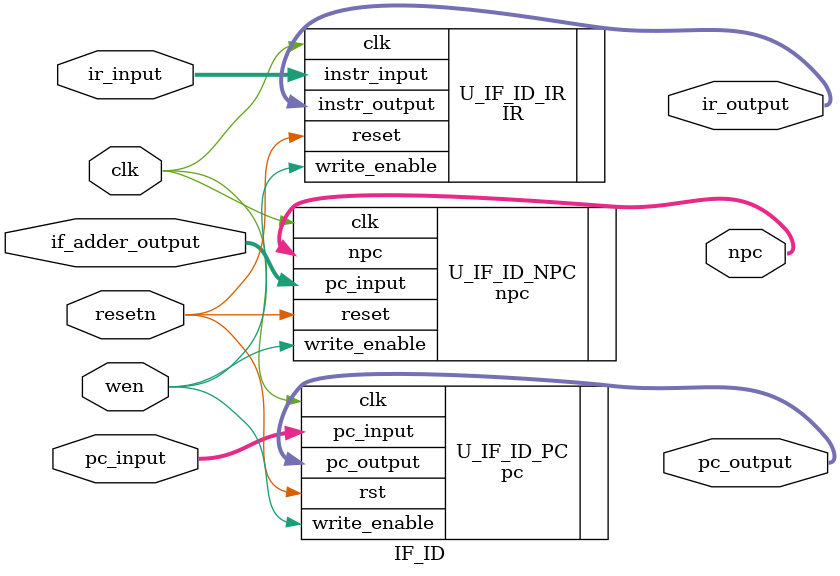
<source format=v>
`timescale 1ns / 1ps


module IF_ID(
    input clk,
    input resetn,
    input wen,
    input [31:0] ir_input,
    input [31:0] if_adder_output,
    input [31:0] pc_input,
    output [31:0] ir_output,
    output [31:0] npc,
    output [31:0] pc_output
    );


    npc U_IF_ID_NPC (
        .clk (clk),
        .reset (resetn),
        .write_enable (wen),
        .pc_input (if_adder_output),
        .npc (npc)
    );

    IR U_IF_ID_IR (
        .clk(clk),
        .reset(resetn),
        .write_enable (wen),
        .instr_input (ir_input),
        .instr_output (ir_output)
    );

    pc U_IF_ID_PC (
        .clk (clk),
        .rst (resetn),
        .write_enable(wen),
        .pc_input (pc_input),
        .pc_output (pc_output)
    );

endmodule

</source>
